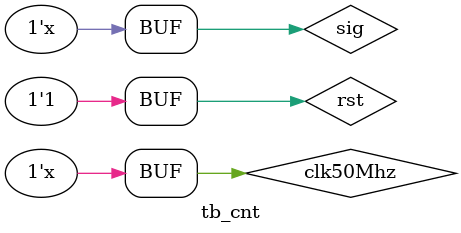
<source format=v>
module tb_cnt();
  
  reg clk50Mhz = 1'b0;
  reg rst = 1'b1;
  reg sig = 1'b0;
  wire [7:0] cnt;
  
counter_8bit cnt2(
  .clk50Mhz(clk50Mhz),
  .rst(rst),
  .sig(sig),
  .cnt(cnt)
  );
   
  always #20 clk50Mhz = ~clk50Mhz;


  always #30 sig = ~sig;
  
  initial begin 
  rst=1'b1;
  #10; rst=1'b0; #1000; rst=1'b1;
  end


 endmodule

</source>
